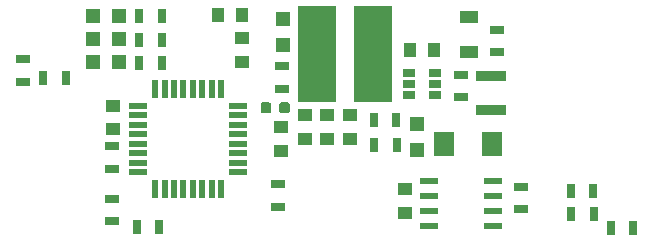
<source format=gtp>
G04 #@! TF.GenerationSoftware,KiCad,Pcbnew,5.0.0-fee4fd1~66~ubuntu18.04.1*
G04 #@! TF.CreationDate,2018-12-05T21:06:15-05:00*
G04 #@! TF.ProjectId,Steering2,5374656572696E67322E6B696361645F,rev?*
G04 #@! TF.SameCoordinates,Original*
G04 #@! TF.FileFunction,Paste,Top*
G04 #@! TF.FilePolarity,Positive*
%FSLAX46Y46*%
G04 Gerber Fmt 4.6, Leading zero omitted, Abs format (unit mm)*
G04 Created by KiCad (PCBNEW 5.0.0-fee4fd1~66~ubuntu18.04.1) date Wed Dec  5 21:06:15 2018*
%MOMM*%
%LPD*%
G01*
G04 APERTURE LIST*
%ADD10R,1.060000X0.650000*%
%ADD11R,1.300000X0.700000*%
%ADD12R,1.600000X0.550000*%
%ADD13R,0.550000X1.600000*%
%ADD14R,1.250000X1.000000*%
%ADD15R,1.600000X1.000000*%
%ADD16R,1.000000X1.250000*%
%ADD17R,1.200000X1.200000*%
%ADD18R,1.778000X2.159000*%
%ADD19R,2.500000X0.900000*%
%ADD20R,3.300000X8.200000*%
%ADD21R,0.700000X1.300000*%
%ADD22C,0.100000*%
%ADD23C,0.875000*%
%ADD24R,1.550000X0.600000*%
G04 APERTURE END LIST*
D10*
G04 #@! TO.C,U2*
X71102400Y-32903200D03*
X71102400Y-31953200D03*
X71102400Y-31003200D03*
X68902400Y-31003200D03*
X68902400Y-32903200D03*
X68902400Y-31953200D03*
G04 #@! TD*
D11*
G04 #@! TO.C,R10*
X43764200Y-43596600D03*
X43764200Y-41696600D03*
G04 #@! TD*
D12*
G04 #@! TO.C,IC1*
X54440400Y-39426800D03*
X54440400Y-38626800D03*
X54440400Y-37826800D03*
X54440400Y-37026800D03*
X54440400Y-36226800D03*
X54440400Y-35426800D03*
X54440400Y-34626800D03*
X54440400Y-33826800D03*
D13*
X52990400Y-32376800D03*
X52190400Y-32376800D03*
X51390400Y-32376800D03*
X50590400Y-32376800D03*
X49790400Y-32376800D03*
X48990400Y-32376800D03*
X48190400Y-32376800D03*
X47390400Y-32376800D03*
D12*
X45940400Y-33826800D03*
X45940400Y-34626800D03*
X45940400Y-35426800D03*
X45940400Y-36226800D03*
X45940400Y-37026800D03*
X45940400Y-37826800D03*
X45940400Y-38626800D03*
X45940400Y-39426800D03*
D13*
X47390400Y-40876800D03*
X48190400Y-40876800D03*
X48990400Y-40876800D03*
X49790400Y-40876800D03*
X50590400Y-40876800D03*
X51390400Y-40876800D03*
X52190400Y-40876800D03*
X52990400Y-40876800D03*
G04 #@! TD*
D14*
G04 #@! TO.C,C1*
X58013600Y-35626800D03*
X58013600Y-37626800D03*
G04 #@! TD*
G04 #@! TO.C,C2*
X43815000Y-35798000D03*
X43815000Y-33798000D03*
G04 #@! TD*
D15*
G04 #@! TO.C,C3*
X73964800Y-29287600D03*
X73964800Y-26287600D03*
G04 #@! TD*
D14*
G04 #@! TO.C,C4*
X68529200Y-40868600D03*
X68529200Y-42868600D03*
G04 #@! TD*
D16*
G04 #@! TO.C,C5*
X70986400Y-29057600D03*
X68986400Y-29057600D03*
G04 #@! TD*
G04 #@! TO.C,C6*
X52746400Y-26085800D03*
X54746400Y-26085800D03*
G04 #@! TD*
D14*
G04 #@! TO.C,C7*
X60051900Y-34617206D03*
X60051900Y-36617206D03*
G04 #@! TD*
G04 #@! TO.C,C8*
X54762400Y-28108400D03*
X54762400Y-30108400D03*
G04 #@! TD*
G04 #@! TO.C,C11*
X61956900Y-34617206D03*
X61956900Y-36617206D03*
G04 #@! TD*
G04 #@! TO.C,C12*
X63861900Y-36601206D03*
X63861900Y-34601206D03*
G04 #@! TD*
D17*
G04 #@! TO.C,D1*
X69545200Y-35374400D03*
X69545200Y-37574400D03*
G04 #@! TD*
G04 #@! TO.C,D2*
X58216800Y-26433600D03*
X58216800Y-28633600D03*
G04 #@! TD*
G04 #@! TO.C,D4*
X44348400Y-30124400D03*
X42148400Y-30124400D03*
G04 #@! TD*
G04 #@! TO.C,D5*
X42148400Y-26187400D03*
X44348400Y-26187400D03*
G04 #@! TD*
G04 #@! TO.C,D6*
X44348400Y-28168600D03*
X42148400Y-28168600D03*
G04 #@! TD*
D18*
G04 #@! TO.C,D7*
X71882000Y-37084000D03*
X75946000Y-37084000D03*
G04 #@! TD*
D19*
G04 #@! TO.C,F1*
X75844400Y-34165200D03*
X75844400Y-31265200D03*
G04 #@! TD*
D20*
G04 #@! TO.C,L1*
X65799200Y-29413200D03*
X61099200Y-29413200D03*
G04 #@! TD*
D11*
G04 #@! TO.C,R1*
X43764200Y-39136400D03*
X43764200Y-37236400D03*
G04 #@! TD*
G04 #@! TO.C,R2*
X57810400Y-42352000D03*
X57810400Y-40452000D03*
G04 #@! TD*
D21*
G04 #@! TO.C,R3*
X85943400Y-44119800D03*
X87843400Y-44119800D03*
G04 #@! TD*
G04 #@! TO.C,R4*
X47940000Y-26187400D03*
X46040000Y-26187400D03*
G04 #@! TD*
G04 #@! TO.C,R5*
X47940000Y-28219400D03*
X46040000Y-28219400D03*
G04 #@! TD*
G04 #@! TO.C,R6*
X46055200Y-30200600D03*
X47955200Y-30200600D03*
G04 #@! TD*
D11*
G04 #@! TO.C,R7*
X78333600Y-40655200D03*
X78333600Y-42555200D03*
G04 #@! TD*
D21*
G04 #@! TO.C,R8*
X37927200Y-31470600D03*
X39827200Y-31470600D03*
G04 #@! TD*
G04 #@! TO.C,R9*
X84516000Y-43002200D03*
X82616000Y-43002200D03*
G04 #@! TD*
G04 #@! TO.C,R11*
X84490600Y-40995600D03*
X82590600Y-40995600D03*
G04 #@! TD*
D11*
G04 #@! TO.C,R12*
X58115200Y-30469800D03*
X58115200Y-32369800D03*
G04 #@! TD*
G04 #@! TO.C,R13*
X36220400Y-31785600D03*
X36220400Y-29885600D03*
G04 #@! TD*
D21*
G04 #@! TO.C,R14*
X45811400Y-44094400D03*
X47711400Y-44094400D03*
G04 #@! TD*
D11*
G04 #@! TO.C,R16*
X73304400Y-33070800D03*
X73304400Y-31170800D03*
G04 #@! TD*
G04 #@! TO.C,R17*
X76301600Y-29296400D03*
X76301600Y-27396400D03*
G04 #@! TD*
D21*
G04 #@! TO.C,R19*
X65902800Y-35001200D03*
X67802800Y-35001200D03*
G04 #@! TD*
D22*
G04 #@! TO.C,R20*
G36*
X57009091Y-33511253D02*
X57030326Y-33514403D01*
X57051150Y-33519619D01*
X57071362Y-33526851D01*
X57090768Y-33536030D01*
X57109181Y-33547066D01*
X57126424Y-33559854D01*
X57142330Y-33574270D01*
X57156746Y-33590176D01*
X57169534Y-33607419D01*
X57180570Y-33625832D01*
X57189749Y-33645238D01*
X57196981Y-33665450D01*
X57202197Y-33686274D01*
X57205347Y-33707509D01*
X57206400Y-33728950D01*
X57206400Y-34241450D01*
X57205347Y-34262891D01*
X57202197Y-34284126D01*
X57196981Y-34304950D01*
X57189749Y-34325162D01*
X57180570Y-34344568D01*
X57169534Y-34362981D01*
X57156746Y-34380224D01*
X57142330Y-34396130D01*
X57126424Y-34410546D01*
X57109181Y-34423334D01*
X57090768Y-34434370D01*
X57071362Y-34443549D01*
X57051150Y-34450781D01*
X57030326Y-34455997D01*
X57009091Y-34459147D01*
X56987650Y-34460200D01*
X56550150Y-34460200D01*
X56528709Y-34459147D01*
X56507474Y-34455997D01*
X56486650Y-34450781D01*
X56466438Y-34443549D01*
X56447032Y-34434370D01*
X56428619Y-34423334D01*
X56411376Y-34410546D01*
X56395470Y-34396130D01*
X56381054Y-34380224D01*
X56368266Y-34362981D01*
X56357230Y-34344568D01*
X56348051Y-34325162D01*
X56340819Y-34304950D01*
X56335603Y-34284126D01*
X56332453Y-34262891D01*
X56331400Y-34241450D01*
X56331400Y-33728950D01*
X56332453Y-33707509D01*
X56335603Y-33686274D01*
X56340819Y-33665450D01*
X56348051Y-33645238D01*
X56357230Y-33625832D01*
X56368266Y-33607419D01*
X56381054Y-33590176D01*
X56395470Y-33574270D01*
X56411376Y-33559854D01*
X56428619Y-33547066D01*
X56447032Y-33536030D01*
X56466438Y-33526851D01*
X56486650Y-33519619D01*
X56507474Y-33514403D01*
X56528709Y-33511253D01*
X56550150Y-33510200D01*
X56987650Y-33510200D01*
X57009091Y-33511253D01*
X57009091Y-33511253D01*
G37*
D23*
X56768900Y-33985200D03*
D22*
G36*
X58584091Y-33511253D02*
X58605326Y-33514403D01*
X58626150Y-33519619D01*
X58646362Y-33526851D01*
X58665768Y-33536030D01*
X58684181Y-33547066D01*
X58701424Y-33559854D01*
X58717330Y-33574270D01*
X58731746Y-33590176D01*
X58744534Y-33607419D01*
X58755570Y-33625832D01*
X58764749Y-33645238D01*
X58771981Y-33665450D01*
X58777197Y-33686274D01*
X58780347Y-33707509D01*
X58781400Y-33728950D01*
X58781400Y-34241450D01*
X58780347Y-34262891D01*
X58777197Y-34284126D01*
X58771981Y-34304950D01*
X58764749Y-34325162D01*
X58755570Y-34344568D01*
X58744534Y-34362981D01*
X58731746Y-34380224D01*
X58717330Y-34396130D01*
X58701424Y-34410546D01*
X58684181Y-34423334D01*
X58665768Y-34434370D01*
X58646362Y-34443549D01*
X58626150Y-34450781D01*
X58605326Y-34455997D01*
X58584091Y-34459147D01*
X58562650Y-34460200D01*
X58125150Y-34460200D01*
X58103709Y-34459147D01*
X58082474Y-34455997D01*
X58061650Y-34450781D01*
X58041438Y-34443549D01*
X58022032Y-34434370D01*
X58003619Y-34423334D01*
X57986376Y-34410546D01*
X57970470Y-34396130D01*
X57956054Y-34380224D01*
X57943266Y-34362981D01*
X57932230Y-34344568D01*
X57923051Y-34325162D01*
X57915819Y-34304950D01*
X57910603Y-34284126D01*
X57907453Y-34262891D01*
X57906400Y-34241450D01*
X57906400Y-33728950D01*
X57907453Y-33707509D01*
X57910603Y-33686274D01*
X57915819Y-33665450D01*
X57923051Y-33645238D01*
X57932230Y-33625832D01*
X57943266Y-33607419D01*
X57956054Y-33590176D01*
X57970470Y-33574270D01*
X57986376Y-33559854D01*
X58003619Y-33547066D01*
X58022032Y-33536030D01*
X58041438Y-33526851D01*
X58061650Y-33519619D01*
X58082474Y-33514403D01*
X58103709Y-33511253D01*
X58125150Y-33510200D01*
X58562650Y-33510200D01*
X58584091Y-33511253D01*
X58584091Y-33511253D01*
G37*
D23*
X58343900Y-33985200D03*
G04 #@! TD*
D24*
G04 #@! TO.C,U1*
X70604400Y-40208200D03*
X70604400Y-41478200D03*
X70604400Y-42748200D03*
X70604400Y-44018200D03*
X76004400Y-44018200D03*
X76004400Y-42748200D03*
X76004400Y-41478200D03*
X76004400Y-40208200D03*
G04 #@! TD*
D21*
G04 #@! TO.C,R18*
X67838400Y-37109400D03*
X65938400Y-37109400D03*
G04 #@! TD*
M02*

</source>
